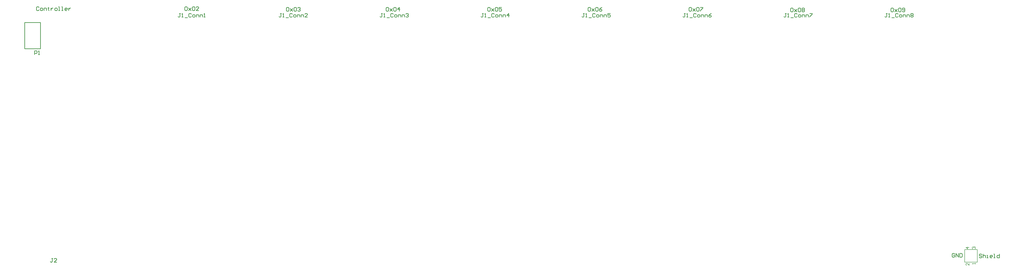
<source format=gbr>
%FSTAX23Y23*%
%MOIN*%
%SFA1B1*%

%IPPOS*%
%ADD29C,0.010000*%
%ADD30C,0.007874*%
%ADD31C,0.008000*%
%LNbackplane_legend_top-1*%
%LPD*%
G54D29*
X02894Y06044D02*
Y06459D01*
X03142Y06044D02*
Y06459D01*
X02894Y06044D02*
X03142D01*
X02894Y06459D02*
X03142D01*
X16562Y06604D02*
X16542D01*
X16552*
Y06554*
X16542Y06545*
X16532*
X16523Y06554*
X16582Y06545D02*
X16602D01*
X16592*
Y06604*
X16582Y06594*
X16632Y06535D02*
X16672D01*
X16732Y06594D02*
X16722Y06604D01*
X16702*
X16692Y06594*
Y06554*
X16702Y06545*
X16722*
X16732Y06554*
X16762Y06545D02*
X16782D01*
X16792Y06554*
Y06574*
X16782Y06584*
X16762*
X16752Y06574*
Y06554*
X16762Y06545*
X16812D02*
Y06584D01*
X16842*
X16852Y06574*
Y06545*
X16872D02*
Y06584D01*
X16902*
X16912Y06574*
Y06545*
X16932Y06594D02*
X16942Y06604D01*
X16962*
X16972Y06594*
Y06584*
X16962Y06574*
X16972Y06564*
Y06554*
X16962Y06545*
X16942*
X16932Y06554*
Y06564*
X16942Y06574*
X16932Y06584*
Y06594*
X16942Y06574D02*
X16962D01*
X14962Y06604D02*
X14942D01*
X14952*
Y06554*
X14942Y06545*
X14932*
X14922Y06554*
X14982Y06545D02*
X15002D01*
X14992*
Y06604*
X14982Y06594*
X15032Y06535D02*
X15072D01*
X15132Y06594D02*
X15122Y06604D01*
X15102*
X15092Y06594*
Y06554*
X15102Y06545*
X15122*
X15132Y06554*
X15162Y06545D02*
X15182D01*
X15192Y06554*
Y06574*
X15182Y06584*
X15162*
X15152Y06574*
Y06554*
X15162Y06545*
X15212D02*
Y06584D01*
X15242*
X15252Y06574*
Y06545*
X15272D02*
Y06584D01*
X15302*
X15312Y06574*
Y06545*
X15332Y06604D02*
X15372D01*
Y06594*
X15332Y06554*
Y06545*
X13362Y06604D02*
X13342D01*
X13352*
Y06554*
X13342Y06545*
X13332*
X13323Y06554*
X13382Y06545D02*
X13402D01*
X13392*
Y06604*
X13382Y06594*
X13432Y06535D02*
X13472D01*
X13532Y06594D02*
X13522Y06604D01*
X13502*
X13492Y06594*
Y06554*
X13502Y06545*
X13522*
X13532Y06554*
X13562Y06545D02*
X13582D01*
X13592Y06554*
Y06574*
X13582Y06584*
X13562*
X13552Y06574*
Y06554*
X13562Y06545*
X13612D02*
Y06584D01*
X13642*
X13652Y06574*
Y06545*
X13672D02*
Y06584D01*
X13702*
X13712Y06574*
Y06545*
X13772Y06604D02*
X13752Y06594D01*
X13732Y06574*
Y06554*
X13742Y06545*
X13762*
X13772Y06554*
Y06564*
X13762Y06574*
X13732*
X11762Y06604D02*
X11742D01*
X11752*
Y06554*
X11742Y06545*
X11732*
X11722Y06554*
X11782Y06545D02*
X11802D01*
X11792*
Y06604*
X11782Y06594*
X11832Y06535D02*
X11872D01*
X11932Y06594D02*
X11922Y06604D01*
X11902*
X11892Y06594*
Y06554*
X11902Y06545*
X11922*
X11932Y06554*
X11962Y06545D02*
X11982D01*
X11992Y06554*
Y06574*
X11982Y06584*
X11962*
X11952Y06574*
Y06554*
X11962Y06545*
X12012D02*
Y06584D01*
X12042*
X12052Y06574*
Y06545*
X12072D02*
Y06584D01*
X12102*
X12112Y06574*
Y06545*
X12172Y06604D02*
X12132D01*
Y06574*
X12152Y06584*
X12162*
X12172Y06574*
Y06554*
X12162Y06545*
X12142*
X12132Y06554*
X10162Y06604D02*
X10142D01*
X10152*
Y06554*
X10142Y06545*
X10132*
X10123Y06554*
X10182Y06545D02*
X10202D01*
X10192*
Y06604*
X10182Y06594*
X10232Y06535D02*
X10272D01*
X10332Y06594D02*
X10322Y06604D01*
X10302*
X10292Y06594*
Y06554*
X10302Y06545*
X10322*
X10332Y06554*
X10362Y06545D02*
X10382D01*
X10392Y06554*
Y06574*
X10382Y06584*
X10362*
X10352Y06574*
Y06554*
X10362Y06545*
X10412D02*
Y06584D01*
X10442*
X10452Y06574*
Y06545*
X10472D02*
Y06584D01*
X10502*
X10512Y06574*
Y06545*
X10562D02*
Y06604D01*
X10532Y06574*
X10572*
X08562Y06604D02*
X08542D01*
X08552*
Y06554*
X08542Y06545*
X08532*
X08523Y06554*
X08582Y06545D02*
X08602D01*
X08592*
Y06604*
X08582Y06594*
X08632Y06535D02*
X08672D01*
X08732Y06594D02*
X08722Y06604D01*
X08702*
X08692Y06594*
Y06554*
X08702Y06545*
X08722*
X08732Y06554*
X08762Y06545D02*
X08782D01*
X08792Y06554*
Y06574*
X08782Y06584*
X08762*
X08752Y06574*
Y06554*
X08762Y06545*
X08812D02*
Y06584D01*
X08842*
X08852Y06574*
Y06545*
X08872D02*
Y06584D01*
X08902*
X08912Y06574*
Y06545*
X08932Y06594D02*
X08942Y06604D01*
X08962*
X08972Y06594*
Y06584*
X08962Y06574*
X08952*
X08962*
X08972Y06564*
Y06554*
X08962Y06545*
X08942*
X08932Y06554*
X06962Y06604D02*
X06942D01*
X06952*
Y06554*
X06942Y06545*
X06932*
X06922Y06554*
X06982Y06545D02*
X07002D01*
X06992*
Y06604*
X06982Y06594*
X07032Y06535D02*
X07072D01*
X07132Y06594D02*
X07122Y06604D01*
X07102*
X07092Y06594*
Y06554*
X07102Y06545*
X07122*
X07132Y06554*
X07162Y06545D02*
X07182D01*
X07192Y06554*
Y06574*
X07182Y06584*
X07162*
X07152Y06574*
Y06554*
X07162Y06545*
X07212D02*
Y06584D01*
X07242*
X07252Y06574*
Y06545*
X07272D02*
Y06584D01*
X07302*
X07312Y06574*
Y06545*
X07372D02*
X07332D01*
X07372Y06584*
Y06594*
X07362Y06604*
X07342*
X07332Y06594*
X03339Y02709D02*
X03319D01*
X03329*
Y02659*
X03319Y0265*
X03309*
X033Y02659*
X03399Y0265D02*
X03359D01*
X03399Y02689*
Y02699*
X03389Y02709*
X03369*
X03359Y02699*
X05362Y06604D02*
X05342D01*
X05352*
Y06554*
X05342Y06545*
X05332*
X05322Y06554*
X05382Y06545D02*
X05402D01*
X05392*
Y06604*
X05382Y06594*
X05432Y06535D02*
X05472D01*
X05532Y06594D02*
X05522Y06604D01*
X05502*
X05492Y06594*
Y06554*
X05502Y06545*
X05522*
X05532Y06554*
X05562Y06545D02*
X05582D01*
X05592Y06554*
Y06574*
X05582Y06584*
X05562*
X05552Y06574*
Y06554*
X05562Y06545*
X05612D02*
Y06584D01*
X05642*
X05652Y06574*
Y06545*
X05672D02*
Y06584D01*
X05702*
X05712Y06574*
Y06545*
X05732D02*
X05752D01*
X05742*
Y06604*
X05732Y06594*
X0305Y0595D02*
Y0601D01*
X03079*
X03089Y06*
Y0598*
X03079Y0597*
X0305*
X03109Y0595D02*
X03129D01*
X03119*
Y0601*
X03109Y06*
X0543Y067D02*
X05439Y0671D01*
X05459*
X05469Y067*
Y0666*
X05459Y0665*
X05439*
X0543Y0666*
Y067*
X05489Y0669D02*
X05529Y0665D01*
X05509Y0667*
X05529Y0669*
X05489Y0665*
X05549Y067D02*
X05559Y0671D01*
X05579*
X05589Y067*
Y0666*
X05579Y0665*
X05559*
X05549Y0666*
Y067*
X05649Y0665D02*
X05609D01*
X05649Y0669*
Y067*
X05639Y0671*
X05619*
X05609Y067*
X07039Y0669D02*
X07049Y067D01*
X07069*
X07079Y0669*
Y0665*
X07069Y0664*
X07049*
X07039Y0665*
Y0669*
X07099Y0668D02*
X07139Y0664D01*
X07119Y0666*
X07139Y0668*
X07099Y0664*
X07159Y0669D02*
X07169Y067D01*
X07189*
X07199Y0669*
Y0665*
X07189Y0664*
X07169*
X07159Y0665*
Y0669*
X07219D02*
X07229Y067D01*
X07249*
X07259Y0669*
Y0668*
X07249Y0667*
X07239*
X07249*
X07259Y0666*
Y0665*
X07249Y0664*
X07229*
X07219Y0665*
X0862Y0669D02*
X08629Y067D01*
X08649*
X08659Y0669*
Y0665*
X08649Y0664*
X08629*
X0862Y0665*
Y0669*
X08679Y0668D02*
X08719Y0664D01*
X08699Y0666*
X08719Y0668*
X08679Y0664*
X08739Y0669D02*
X08749Y067D01*
X08769*
X08779Y0669*
Y0665*
X08769Y0664*
X08749*
X08739Y0665*
Y0669*
X08829Y0664D02*
Y067D01*
X08799Y0667*
X08839*
X1023Y0669D02*
X10239Y067D01*
X10259*
X10269Y0669*
Y0665*
X10259Y0664*
X10239*
X1023Y0665*
Y0669*
X10289Y0668D02*
X10329Y0664D01*
X10309Y0666*
X10329Y0668*
X10289Y0664*
X10349Y0669D02*
X10359Y067D01*
X10379*
X10389Y0669*
Y0665*
X10379Y0664*
X10359*
X10349Y0665*
Y0669*
X10449Y067D02*
X10409D01*
Y0667*
X10429Y0668*
X10439*
X10449Y0667*
Y0665*
X10439Y0664*
X10419*
X10409Y0665*
X1182Y0669D02*
X11829Y067D01*
X11849*
X11859Y0669*
Y0665*
X11849Y0664*
X11829*
X1182Y0665*
Y0669*
X11879Y0668D02*
X11919Y0664D01*
X11899Y0666*
X11919Y0668*
X11879Y0664*
X11939Y0669D02*
X11949Y067D01*
X11969*
X11979Y0669*
Y0665*
X11969Y0664*
X11949*
X11939Y0665*
Y0669*
X12039Y067D02*
X12019Y0669D01*
X11999Y0667*
Y0665*
X12009Y0664*
X12029*
X12039Y0665*
Y0666*
X12029Y0667*
X11999*
X1342Y0669D02*
X13429Y067D01*
X13449*
X13459Y0669*
Y0665*
X13449Y0664*
X13429*
X1342Y0665*
Y0669*
X13479Y0668D02*
X13519Y0664D01*
X13499Y0666*
X13519Y0668*
X13479Y0664*
X13539Y0669D02*
X13549Y067D01*
X13569*
X13579Y0669*
Y0665*
X13569Y0664*
X13549*
X13539Y0665*
Y0669*
X13599Y067D02*
X13639D01*
Y0669*
X13599Y0665*
Y0664*
X15029Y0668D02*
X15039Y0669D01*
X15059*
X15069Y0668*
Y0664*
X15059Y0663*
X15039*
X15029Y0664*
Y0668*
X15089Y0667D02*
X15129Y0663D01*
X15109Y0665*
X15129Y0667*
X15089Y0663*
X15149Y0668D02*
X15159Y0669D01*
X15179*
X15189Y0668*
Y0664*
X15179Y0663*
X15159*
X15149Y0664*
Y0668*
X15209D02*
X15219Y0669D01*
X15239*
X15249Y0668*
Y0667*
X15239Y0666*
X15249Y0665*
Y0664*
X15239Y0663*
X15219*
X15209Y0664*
Y0665*
X15219Y0666*
X15209Y0667*
Y0668*
X15219Y0666D02*
X15239D01*
X1662Y0668D02*
X16629Y0669D01*
X16649*
X16659Y0668*
Y0664*
X16649Y0663*
X16629*
X1662Y0664*
Y0668*
X16679Y0667D02*
X16719Y0663D01*
X16699Y0665*
X16719Y0667*
X16679Y0663*
X16739Y0668D02*
X16749Y0669D01*
X16769*
X16779Y0668*
Y0664*
X16769Y0663*
X16749*
X16739Y0664*
Y0668*
X16799Y0664D02*
X16809Y0663D01*
X16829*
X16839Y0664*
Y0668*
X16829Y0669*
X16809*
X16799Y0668*
Y0667*
X16809Y0666*
X16839*
X03119Y06699D02*
X03109Y06709D01*
X03089*
X0308Y06699*
Y06659*
X03089Y0665*
X03109*
X03119Y06659*
X03149Y0665D02*
X03169D01*
X03179Y06659*
Y06679*
X03169Y06689*
X03149*
X03139Y06679*
Y06659*
X03149Y0665*
X03199D02*
Y06689D01*
X03229*
X03239Y06679*
Y0665*
X03269Y06699D02*
Y06689D01*
X03259*
X03279*
X03269*
Y06659*
X03279Y0665*
X03309Y06689D02*
Y0665D01*
Y06669*
X03319Y06679*
X03329Y06689*
X03339*
X03379Y0665D02*
X03399D01*
X03409Y06659*
Y06679*
X03399Y06689*
X03379*
X03369Y06679*
Y06659*
X03379Y0665*
X03429D02*
X03449D01*
X03439*
Y06709*
X03429*
X03479Y0665D02*
X03499D01*
X03489*
Y06709*
X03479*
X03559Y0665D02*
X03539D01*
X03529Y06659*
Y06679*
X03539Y06689*
X03559*
X03569Y06679*
Y06669*
X03529*
X03589Y06689D02*
Y0665D01*
Y06669*
X03599Y06679*
X03609Y06689*
X03619*
X17629Y02779D02*
X17619Y02789D01*
X17599*
X1759Y02779*
Y02739*
X17599Y0273*
X17619*
X17629Y02739*
Y02759*
X17609*
X17649Y0273D02*
Y02789D01*
X17689Y0273*
Y02789*
X17709D02*
Y0273D01*
X17739*
X17749Y02739*
Y02779*
X17739Y02789*
X17709*
X18059Y02769D02*
X18049Y02779D01*
X18029*
X1802Y02769*
Y02759*
X18029Y02749*
X18049*
X18059Y02739*
Y02729*
X18049Y0272*
X18029*
X1802Y02729*
X18079Y02779D02*
Y0272D01*
Y02749*
X18089Y02759*
X18109*
X18119Y02749*
Y0272*
X18139D02*
X18159D01*
X18149*
Y02759*
X18139*
X18219Y0272D02*
X18199D01*
X18189Y02729*
Y02749*
X18199Y02759*
X18219*
X18229Y02749*
Y02739*
X18189*
X18249Y0272D02*
X18269D01*
X18259*
Y02779*
X18249*
X18339D02*
Y0272D01*
X18309*
X18299Y02729*
Y02749*
X18309Y02759*
X18339*
G54D30*
X1799Y0265D02*
Y0285D01*
X1779D02*
X1799D01*
X1779Y0265D02*
X1799D01*
X1779D02*
Y0285D01*
G54D31*
X17918Y0286D02*
X1791Y02868D01*
Y02884*
X17918Y02893*
X17926*
X17935Y02884*
Y02876*
Y02884*
X17943Y02893*
X17951*
X17959Y02884*
Y02868*
X17951Y0286*
X1786Y02884D02*
X1781D01*
X17835Y0286*
Y02893*
X1786Y02633D02*
Y026D01*
X17826Y02633*
X17818*
X1781Y02624*
Y02608*
X17818Y026*
X17959Y0262D02*
Y02636D01*
Y02628*
X1791*
X17918Y0262*
M02*
</source>
